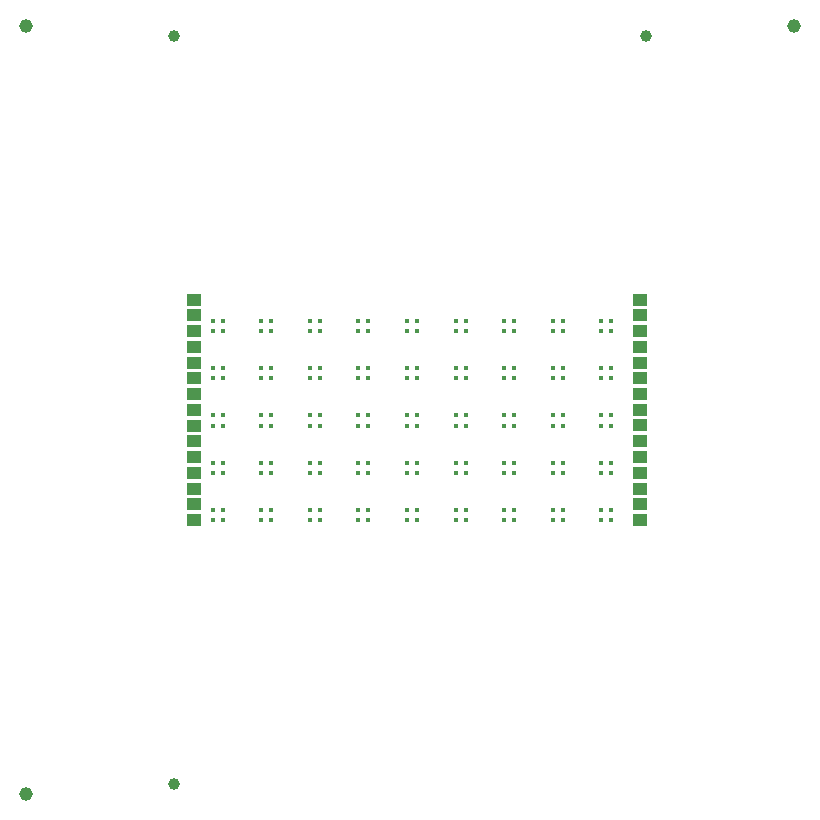
<source format=gts>
G04 #@! TF.GenerationSoftware,KiCad,Pcbnew,7.0.2-6a45011f42~172~ubuntu22.04.1*
G04 #@! TF.CreationDate,2023-07-03T20:32:52+08:00*
G04 #@! TF.ProjectId,panel_5_1,70616e65-6c5f-4355-9f31-2e6b69636164,rev?*
G04 #@! TF.SameCoordinates,Original*
G04 #@! TF.FileFunction,Soldermask,Top*
G04 #@! TF.FilePolarity,Negative*
%FSLAX46Y46*%
G04 Gerber Fmt 4.6, Leading zero omitted, Abs format (unit mm)*
G04 Created by KiCad (PCBNEW 7.0.2-6a45011f42~172~ubuntu22.04.1) date 2023-07-03 20:32:52*
%MOMM*%
%LPD*%
G01*
G04 APERTURE LIST*
%ADD10R,0.450000X0.450000*%
%ADD11R,1.200000X1.000000*%
%ADD12C,1.152000*%
%ADD13C,1.000000*%
G04 APERTURE END LIST*
D10*
G04 #@! TO.C,U4*
X31465663Y-36330000D03*
X30615663Y-36330000D03*
X31465663Y-35480000D03*
X30615663Y-35480000D03*
G04 #@! TD*
G04 #@! TO.C,U5*
X35579334Y-40330000D03*
X34729334Y-40330000D03*
X35579334Y-39480000D03*
X34729334Y-39480000D03*
G04 #@! TD*
D11*
G04 #@! TO.C,J1*
X16727500Y-32330000D03*
G04 #@! TD*
D10*
G04 #@! TO.C,U6*
X39693005Y-44330000D03*
X38843005Y-44330000D03*
X39693005Y-43480000D03*
X38843005Y-43480000D03*
G04 #@! TD*
G04 #@! TO.C,U4*
X31465663Y-32330000D03*
X30615663Y-32330000D03*
X31465663Y-31480000D03*
X30615663Y-31480000D03*
G04 #@! TD*
G04 #@! TO.C,U5*
X35579334Y-32330000D03*
X34729334Y-32330000D03*
X35579334Y-31480000D03*
X34729334Y-31480000D03*
G04 #@! TD*
G04 #@! TO.C,U6*
X39693005Y-32330000D03*
X38843005Y-32330000D03*
X39693005Y-31480000D03*
X38843005Y-31480000D03*
G04 #@! TD*
G04 #@! TO.C,U2*
X23238321Y-44330000D03*
X22388321Y-44330000D03*
X23238321Y-43480000D03*
X22388321Y-43480000D03*
G04 #@! TD*
D11*
G04 #@! TO.C,J2*
X16727500Y-29680000D03*
G04 #@! TD*
D10*
G04 #@! TO.C,U6*
X39693005Y-40330000D03*
X38843005Y-40330000D03*
X39693005Y-39480000D03*
X38843005Y-39480000D03*
G04 #@! TD*
D11*
G04 #@! TO.C,J2*
X16727500Y-33680000D03*
G04 #@! TD*
D12*
G04 #@! TO.C,REF\u002A\u002A*
X2500000Y-2500000D03*
G04 #@! TD*
D10*
G04 #@! TO.C,U1*
X19124650Y-44330000D03*
X18274650Y-44330000D03*
X19124650Y-43480000D03*
X18274650Y-43480000D03*
G04 #@! TD*
G04 #@! TO.C,U8*
X47920347Y-44330000D03*
X47070347Y-44330000D03*
X47920347Y-43480000D03*
X47070347Y-43480000D03*
G04 #@! TD*
G04 #@! TO.C,U1*
X19124650Y-36330000D03*
X18274650Y-36330000D03*
X19124650Y-35480000D03*
X18274650Y-35480000D03*
G04 #@! TD*
D11*
G04 #@! TO.C,J4*
X54497500Y-39000000D03*
G04 #@! TD*
D10*
G04 #@! TO.C,U3*
X27351992Y-40330000D03*
X26501992Y-40330000D03*
X27351992Y-39480000D03*
X26501992Y-39480000D03*
G04 #@! TD*
G04 #@! TO.C,U5*
X35579334Y-28330000D03*
X34729334Y-28330000D03*
X35579334Y-27480000D03*
X34729334Y-27480000D03*
G04 #@! TD*
D11*
G04 #@! TO.C,J2*
X16727500Y-37680000D03*
G04 #@! TD*
D10*
G04 #@! TO.C,U9*
X52034022Y-44330000D03*
X51184022Y-44330000D03*
X52034022Y-43480000D03*
X51184022Y-43480000D03*
G04 #@! TD*
D11*
G04 #@! TO.C,J3*
X16727500Y-27005000D03*
G04 #@! TD*
D10*
G04 #@! TO.C,U4*
X31465663Y-40330000D03*
X30615663Y-40330000D03*
X31465663Y-39480000D03*
X30615663Y-39480000D03*
G04 #@! TD*
D11*
G04 #@! TO.C,J1*
X16727500Y-44330000D03*
G04 #@! TD*
G04 #@! TO.C,J5*
X54497500Y-44325000D03*
G04 #@! TD*
D10*
G04 #@! TO.C,U3*
X27351992Y-28330000D03*
X26501992Y-28330000D03*
X27351992Y-27480000D03*
X26501992Y-27480000D03*
G04 #@! TD*
G04 #@! TO.C,U3*
X27351992Y-44330000D03*
X26501992Y-44330000D03*
X27351992Y-43480000D03*
X26501992Y-43480000D03*
G04 #@! TD*
G04 #@! TO.C,U4*
X31465663Y-28330000D03*
X30615663Y-28330000D03*
X31465663Y-27480000D03*
X30615663Y-27480000D03*
G04 #@! TD*
G04 #@! TO.C,U9*
X52034022Y-32330000D03*
X51184022Y-32330000D03*
X52034022Y-31480000D03*
X51184022Y-31480000D03*
G04 #@! TD*
D11*
G04 #@! TO.C,J6*
X54497500Y-29675000D03*
G04 #@! TD*
D10*
G04 #@! TO.C,U8*
X47920347Y-40330000D03*
X47070347Y-40330000D03*
X47920347Y-39480000D03*
X47070347Y-39480000D03*
G04 #@! TD*
D11*
G04 #@! TO.C,J5*
X54497500Y-28325000D03*
G04 #@! TD*
D10*
G04 #@! TO.C,U2*
X23238321Y-32330000D03*
X22388321Y-32330000D03*
X23238321Y-31480000D03*
X22388321Y-31480000D03*
G04 #@! TD*
D11*
G04 #@! TO.C,J4*
X54497500Y-43000000D03*
G04 #@! TD*
D10*
G04 #@! TO.C,U7*
X43806676Y-40330000D03*
X42956676Y-40330000D03*
X43806676Y-39480000D03*
X42956676Y-39480000D03*
G04 #@! TD*
G04 #@! TO.C,U7*
X43806676Y-44330000D03*
X42956676Y-44330000D03*
X43806676Y-43480000D03*
X42956676Y-43480000D03*
G04 #@! TD*
G04 #@! TO.C,U8*
X47920347Y-28330000D03*
X47070347Y-28330000D03*
X47920347Y-27480000D03*
X47070347Y-27480000D03*
G04 #@! TD*
D11*
G04 #@! TO.C,J1*
X16727500Y-28330000D03*
G04 #@! TD*
D13*
G04 #@! TO.C,REF\u002A\u002A*
X55000000Y-3350000D03*
G04 #@! TD*
D10*
G04 #@! TO.C,U2*
X23238321Y-40330000D03*
X22388321Y-40330000D03*
X23238321Y-39480000D03*
X22388321Y-39480000D03*
G04 #@! TD*
G04 #@! TO.C,U9*
X52034022Y-36330000D03*
X51184022Y-36330000D03*
X52034022Y-35480000D03*
X51184022Y-35480000D03*
G04 #@! TD*
G04 #@! TO.C,U3*
X27351992Y-36330000D03*
X26501992Y-36330000D03*
X27351992Y-35480000D03*
X26501992Y-35480000D03*
G04 #@! TD*
G04 #@! TO.C,U5*
X35579334Y-44330000D03*
X34729334Y-44330000D03*
X35579334Y-43480000D03*
X34729334Y-43480000D03*
G04 #@! TD*
D11*
G04 #@! TO.C,J3*
X16727500Y-31005000D03*
G04 #@! TD*
D13*
G04 #@! TO.C,REF\u002A\u002A*
X15000000Y-66650000D03*
G04 #@! TD*
D11*
G04 #@! TO.C,J2*
X16727500Y-25680000D03*
G04 #@! TD*
D12*
G04 #@! TO.C,REF\u002A\u002A*
X67500000Y-2500000D03*
G04 #@! TD*
D10*
G04 #@! TO.C,U9*
X52034022Y-28330000D03*
X51184022Y-28330000D03*
X52034022Y-27480000D03*
X51184022Y-27480000D03*
G04 #@! TD*
D11*
G04 #@! TO.C,J5*
X54497500Y-40325000D03*
G04 #@! TD*
G04 #@! TO.C,J5*
X54497500Y-36325000D03*
G04 #@! TD*
G04 #@! TO.C,J3*
X16727500Y-35005000D03*
G04 #@! TD*
G04 #@! TO.C,J4*
X54497500Y-31000000D03*
G04 #@! TD*
G04 #@! TO.C,J6*
X54497500Y-25675000D03*
G04 #@! TD*
G04 #@! TO.C,J6*
X54497500Y-33675000D03*
G04 #@! TD*
D12*
G04 #@! TO.C,REF\u002A\u002A*
X2500000Y-67500000D03*
G04 #@! TD*
D11*
G04 #@! TO.C,J3*
X16727500Y-39005000D03*
G04 #@! TD*
D10*
G04 #@! TO.C,U5*
X35579334Y-36330000D03*
X34729334Y-36330000D03*
X35579334Y-35480000D03*
X34729334Y-35480000D03*
G04 #@! TD*
G04 #@! TO.C,U9*
X52034022Y-40330000D03*
X51184022Y-40330000D03*
X52034022Y-39480000D03*
X51184022Y-39480000D03*
G04 #@! TD*
D11*
G04 #@! TO.C,J1*
X16727500Y-40330000D03*
G04 #@! TD*
D10*
G04 #@! TO.C,U7*
X43806676Y-36330000D03*
X42956676Y-36330000D03*
X43806676Y-35480000D03*
X42956676Y-35480000D03*
G04 #@! TD*
G04 #@! TO.C,U8*
X47920347Y-36330000D03*
X47070347Y-36330000D03*
X47920347Y-35480000D03*
X47070347Y-35480000D03*
G04 #@! TD*
D11*
G04 #@! TO.C,J2*
X16727500Y-41680000D03*
G04 #@! TD*
G04 #@! TO.C,J6*
X54497500Y-41675000D03*
G04 #@! TD*
G04 #@! TO.C,J3*
X16727500Y-43005000D03*
G04 #@! TD*
D10*
G04 #@! TO.C,U8*
X47920347Y-32330000D03*
X47070347Y-32330000D03*
X47920347Y-31480000D03*
X47070347Y-31480000D03*
G04 #@! TD*
G04 #@! TO.C,U3*
X27351992Y-32330000D03*
X26501992Y-32330000D03*
X27351992Y-31480000D03*
X26501992Y-31480000D03*
G04 #@! TD*
G04 #@! TO.C,U6*
X39693005Y-28330000D03*
X38843005Y-28330000D03*
X39693005Y-27480000D03*
X38843005Y-27480000D03*
G04 #@! TD*
G04 #@! TO.C,U2*
X23238321Y-28330000D03*
X22388321Y-28330000D03*
X23238321Y-27480000D03*
X22388321Y-27480000D03*
G04 #@! TD*
G04 #@! TO.C,U7*
X43806676Y-28330000D03*
X42956676Y-28330000D03*
X43806676Y-27480000D03*
X42956676Y-27480000D03*
G04 #@! TD*
D11*
G04 #@! TO.C,J4*
X54497500Y-35000000D03*
G04 #@! TD*
G04 #@! TO.C,J4*
X54497500Y-27000000D03*
G04 #@! TD*
D13*
G04 #@! TO.C,REF\u002A\u002A*
X15000000Y-3350000D03*
G04 #@! TD*
D11*
G04 #@! TO.C,J1*
X16727500Y-36330000D03*
G04 #@! TD*
D10*
G04 #@! TO.C,U6*
X39693005Y-36330000D03*
X38843005Y-36330000D03*
X39693005Y-35480000D03*
X38843005Y-35480000D03*
G04 #@! TD*
G04 #@! TO.C,U2*
X23238321Y-36330000D03*
X22388321Y-36330000D03*
X23238321Y-35480000D03*
X22388321Y-35480000D03*
G04 #@! TD*
G04 #@! TO.C,U4*
X31465663Y-44330000D03*
X30615663Y-44330000D03*
X31465663Y-43480000D03*
X30615663Y-43480000D03*
G04 #@! TD*
G04 #@! TO.C,U1*
X19124650Y-28330000D03*
X18274650Y-28330000D03*
X19124650Y-27480000D03*
X18274650Y-27480000D03*
G04 #@! TD*
G04 #@! TO.C,U1*
X19124650Y-40330000D03*
X18274650Y-40330000D03*
X19124650Y-39480000D03*
X18274650Y-39480000D03*
G04 #@! TD*
G04 #@! TO.C,U1*
X19124650Y-32330000D03*
X18274650Y-32330000D03*
X19124650Y-31480000D03*
X18274650Y-31480000D03*
G04 #@! TD*
D11*
G04 #@! TO.C,J5*
X54497500Y-32325000D03*
G04 #@! TD*
D10*
G04 #@! TO.C,U7*
X43806676Y-32330000D03*
X42956676Y-32330000D03*
X43806676Y-31480000D03*
X42956676Y-31480000D03*
G04 #@! TD*
D11*
G04 #@! TO.C,J6*
X54497500Y-37675000D03*
G04 #@! TD*
M02*

</source>
